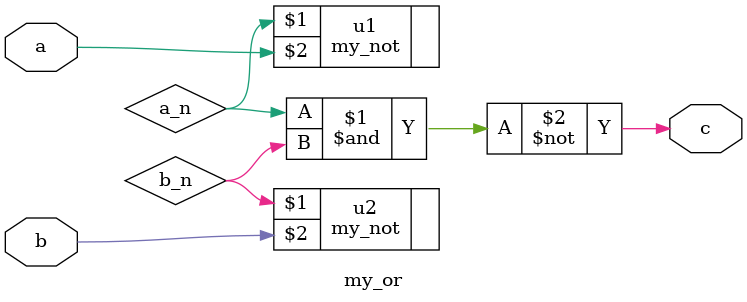
<source format=v>
`include "my_and.v"

module my_or(c, a, b);
   input a, b;
   output c;

   wire a_n, b_n;

   my_not u1(a_n, a);
   my_not u2(b_n, b);
   nand u3(c, a_n, b_n);
endmodule 

</source>
